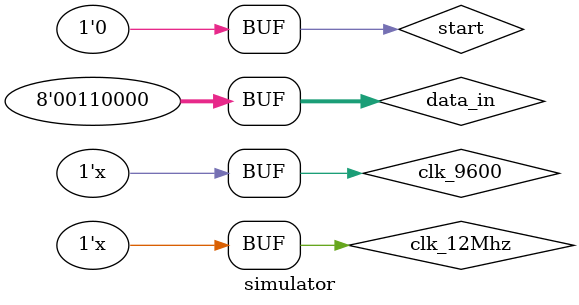
<source format=v>
`timescale 1ns / 1ps


module simulator(

    );
    reg clk_12Mhz;
    reg clk_9600;
    reg [7:0] data_in;
    reg start;
    wire data_out;
    wire active_out;
    wire done_out;
    
    initial begin
        clk_12Mhz = 0;
        data_in = 48;
        start = 0;
        clk_9600 = 0;
        
        #100 start = 1;
        #100000 start = 0;
    end
    
    always #41.5 clk_12Mhz = ~clk_12Mhz;
    always #52083 clk_9600 = ~clk_9600;
    
    main DUT (.sysclk(clk_12Mhz), .pio30());    
//    Modulator DUT (.sysclk(clk_12Mhz), .i_Tx_Byte(data_in), .i_Tx_start(start), .o_Tx_Serial(data_out), .o_Tx_Active(active_out),.o_Tx_Done(done_out));
endmodule

</source>
